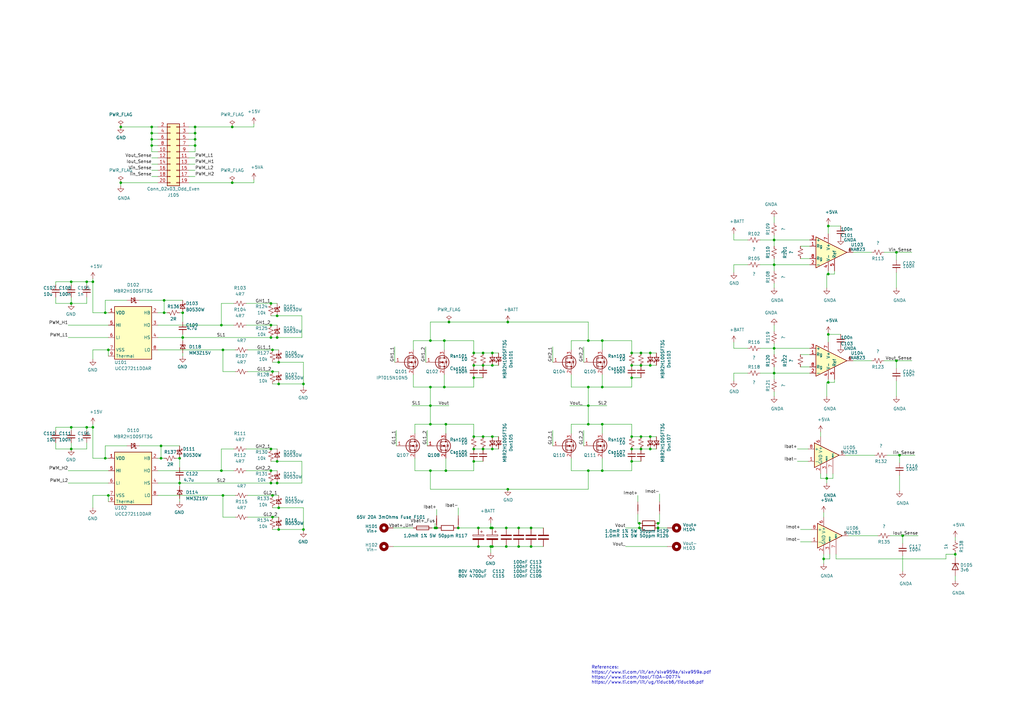
<source format=kicad_sch>
(kicad_sch (version 20230121) (generator eeschema)
  (paper "A3")
  (junction (at 262.255 216.535))
  (junction (at 241.3 158.75))
  (junction (at 73.66 198.12))
  (junction (at 262.89 184.15))
  (junction (at 49.53 52.07))
  (junction (at 38.1 115.57))
  (junction (at 114.3 208.28))
  (junction (at 262.89 149.86))
  (junction (at 35.56 115.57))
  (junction (at 114.3 157.48))
  (junction (at 111.125 198.12))
  (junction (at 201.93 149.86))
  (junction (at 29.21 175.26))
  (junction (at 49.53 74.93))
  (junction (at 317.5 108.585))
  (junction (at 339.725 92.71))
  (junction (at 66.04 182.88))
  (junction (at 113.665 189.23))
  (junction (at 241.3 173.99))
  (junction (at 113.665 129.54))
  (junction (at 62.23 57.15))
  (junction (at 241.3 139.7))
  (junction (at 247.015 173.99))
  (junction (at 317.5 142.875))
  (junction (at 35.56 175.26))
  (junction (at 247.015 139.7))
  (junction (at 339.725 112.395))
  (junction (at 247.015 193.04))
  (junction (at 176.53 173.99))
  (junction (at 95.25 74.93))
  (junction (at 95.25 52.07))
  (junction (at 178.435 216.535))
  (junction (at 198.12 149.86))
  (junction (at 111.76 152.4))
  (junction (at 337.82 229.235))
  (junction (at 201.93 184.15))
  (junction (at 182.245 158.75))
  (junction (at 201.295 224.155))
  (junction (at 111.125 138.43))
  (junction (at 182.88 193.04))
  (junction (at 212.725 216.535))
  (junction (at 259.08 149.86))
  (junction (at 266.7 144.78))
  (junction (at 317.5 98.425))
  (junction (at 194.31 179.07))
  (junction (at 111.76 203.2))
  (junction (at 259.08 189.23))
  (junction (at 368.935 186.69))
  (junction (at 176.53 158.75))
  (junction (at 217.805 224.155))
  (junction (at 241.3 166.37))
  (junction (at 179.07 216.535))
  (junction (at 38.1 175.26))
  (junction (at 113.665 138.43))
  (junction (at 67.31 123.19))
  (junction (at 91.44 203.2))
  (junction (at 74.93 128.27))
  (junction (at 194.31 144.78))
  (junction (at 207.645 216.535))
  (junction (at 184.15 132.08))
  (junction (at 339.725 156.845))
  (junction (at 201.93 224.155))
  (junction (at 124.46 217.17))
  (junction (at 114.3 148.59))
  (junction (at 196.215 216.535))
  (junction (at 91.44 143.51))
  (junction (at 182.245 139.7))
  (junction (at 90.805 133.35))
  (junction (at 111.125 193.04))
  (junction (at 176.53 166.37))
  (junction (at 247.015 158.75))
  (junction (at 111.125 133.35))
  (junction (at 74.93 138.43))
  (junction (at 182.88 173.99))
  (junction (at 259.08 144.78))
  (junction (at 176.53 193.04))
  (junction (at 124.46 157.48))
  (junction (at 212.725 224.155))
  (junction (at 367.665 103.505))
  (junction (at 370.205 219.71))
  (junction (at 194.31 154.94))
  (junction (at 217.805 216.535))
  (junction (at 62.23 52.07))
  (junction (at 269.875 214.63))
  (junction (at 201.93 179.07))
  (junction (at 67.31 128.27))
  (junction (at 339.725 137.16))
  (junction (at 187.96 216.535))
  (junction (at 391.795 227.33))
  (junction (at 29.21 124.46))
  (junction (at 241.3 193.04))
  (junction (at 29.21 115.57))
  (junction (at 198.12 144.78))
  (junction (at 80.01 54.61))
  (junction (at 111.76 143.51))
  (junction (at 201.93 216.535))
  (junction (at 198.12 179.07))
  (junction (at 208.28 132.08))
  (junction (at 111.76 212.09))
  (junction (at 44.45 203.2))
  (junction (at 367.665 147.955))
  (junction (at 201.93 144.78))
  (junction (at 44.45 143.51))
  (junction (at 262.89 179.07))
  (junction (at 269.875 216.535))
  (junction (at 29.21 184.15))
  (junction (at 43.18 187.96))
  (junction (at 259.08 154.94))
  (junction (at 43.18 128.27))
  (junction (at 114.3 217.17))
  (junction (at 111.125 124.46))
  (junction (at 73.66 187.96))
  (junction (at 176.53 139.7))
  (junction (at 62.23 59.69))
  (junction (at 194.31 149.86))
  (junction (at 80.01 57.15))
  (junction (at 259.08 184.15))
  (junction (at 262.255 214.63))
  (junction (at 80.01 52.07))
  (junction (at 266.7 179.07))
  (junction (at 196.215 224.155))
  (junction (at 266.7 184.15))
  (junction (at 339.09 196.215))
  (junction (at 113.665 198.12))
  (junction (at 62.23 54.61))
  (junction (at 201.295 216.535))
  (junction (at 194.31 189.23))
  (junction (at 259.08 179.07))
  (junction (at 90.805 193.04))
  (junction (at 207.645 224.155))
  (junction (at 194.31 184.15))
  (junction (at 262.89 144.78))
  (junction (at 208.28 200.66))
  (junction (at 80.01 59.69))
  (junction (at 266.7 149.86))
  (junction (at 198.12 184.15))
  (junction (at 111.125 184.15))
  (junction (at 317.5 153.035))
  (junction (at 66.04 187.96))
  (wire (pts (xy 77.47 69.85) (xy 80.01 69.85)))
  (wire (pts (xy 311.785 108.585) (xy 317.5 108.585)))
  (wire (pts (xy 64.77 72.39) (xy 62.23 72.39)))
  (wire (pts (xy 29.21 116.84) (xy 29.21 115.57)))
  (wire (pts (xy 96.52 212.09) (xy 91.44 212.09)))
  (wire (pts (xy 201.93 216.535) (xy 201.295 216.535)))
  (wire (pts (xy 176.53 132.08) (xy 184.15 132.08)))
  (wire (pts (xy 100.965 193.04) (xy 111.125 193.04)))
  (wire (pts (xy 391.795 226.695) (xy 391.795 227.33)))
  (wire (pts (xy 77.47 59.69) (xy 80.01 59.69)))
  (wire (pts (xy 182.88 193.04) (xy 194.31 193.04)))
  (wire (pts (xy 111.125 129.54) (xy 113.665 129.54)))
  (wire (pts (xy 35.56 175.26) (xy 38.1 175.26)))
  (wire (pts (xy 22.86 181.61) (xy 22.86 184.15)))
  (wire (pts (xy 111.125 198.12) (xy 113.665 198.12)))
  (wire (pts (xy 35.56 184.15) (xy 29.21 184.15)))
  (wire (pts (xy 349.885 103.505) (xy 357.505 103.505)))
  (wire (pts (xy 91.44 203.2) (xy 64.77 203.2)))
  (wire (pts (xy 262.255 214.63) (xy 262.255 216.535)))
  (wire (pts (xy 38.1 187.96) (xy 43.18 187.96)))
  (wire (pts (xy 259.08 179.07) (xy 262.89 179.07)))
  (wire (pts (xy 241.3 173.99) (xy 247.015 173.99)))
  (wire (pts (xy 341.63 196.215) (xy 341.63 194.31)))
  (wire (pts (xy 247.015 158.75) (xy 247.015 153.67)))
  (wire (pts (xy 367.665 103.505) (xy 374.015 103.505)))
  (wire (pts (xy 234.315 187.96) (xy 234.315 193.04)))
  (wire (pts (xy 222.885 216.535) (xy 217.805 216.535)))
  (wire (pts (xy 370.205 219.71) (xy 376.555 219.71)))
  (wire (pts (xy 64.77 52.07) (xy 62.23 52.07)))
  (wire (pts (xy 38.1 128.27) (xy 43.18 128.27)))
  (wire (pts (xy 169.545 153.67) (xy 169.545 158.75)))
  (wire (pts (xy 95.25 52.07) (xy 80.01 52.07)))
  (wire (pts (xy 194.31 144.78) (xy 194.31 139.7)))
  (wire (pts (xy 182.245 158.75) (xy 194.31 158.75)))
  (wire (pts (xy 362.585 147.955) (xy 367.665 147.955)))
  (wire (pts (xy 367.665 156.21) (xy 367.665 162.56)))
  (wire (pts (xy 124.46 217.17) (xy 124.46 217.805)))
  (wire (pts (xy 311.785 98.425) (xy 317.5 98.425)))
  (wire (pts (xy 74.93 139.7) (xy 74.93 138.43)))
  (wire (pts (xy 201.93 224.155) (xy 201.295 224.155)))
  (wire (pts (xy 339.09 112.395) (xy 339.725 112.395)))
  (wire (pts (xy 64.77 67.31) (xy 62.23 67.31)))
  (wire (pts (xy 212.725 224.155) (xy 207.645 224.155)))
  (wire (pts (xy 44.45 205.74) (xy 44.45 203.2)))
  (wire (pts (xy 22.86 124.46) (xy 29.21 124.46)))
  (wire (pts (xy 104.14 73.66) (xy 104.14 74.93)))
  (wire (pts (xy 64.77 133.35) (xy 90.805 133.35)))
  (wire (pts (xy 91.44 143.51) (xy 91.44 152.4)))
  (wire (pts (xy 113.665 189.23) (xy 123.825 189.23)))
  (wire (pts (xy 29.21 124.46) (xy 35.56 124.46)))
  (wire (pts (xy 201.295 216.535) (xy 196.215 216.535)))
  (wire (pts (xy 187.96 208.28) (xy 187.96 211.455)))
  (wire (pts (xy 241.3 158.75) (xy 241.3 166.37)))
  (wire (pts (xy 337.82 210.185) (xy 337.82 212.09)))
  (wire (pts (xy 123.825 189.23) (xy 123.825 198.12)))
  (wire (pts (xy 208.28 132.08) (xy 241.3 132.08)))
  (wire (pts (xy 241.3 166.37) (xy 241.3 173.99)))
  (wire (pts (xy 38.1 143.51) (xy 38.1 147.32)))
  (wire (pts (xy 226.695 176.53) (xy 226.695 182.88)))
  (wire (pts (xy 387.985 229.235) (xy 387.985 227.33)))
  (wire (pts (xy 259.08 179.07) (xy 259.08 173.99)))
  (wire (pts (xy 49.53 74.93) (xy 64.77 74.93)))
  (wire (pts (xy 29.21 121.92) (xy 29.21 124.46)))
  (wire (pts (xy 113.665 124.46) (xy 111.125 124.46)))
  (wire (pts (xy 201.93 144.78) (xy 198.12 144.78)))
  (wire (pts (xy 73.66 191.77) (xy 73.66 187.96)))
  (wire (pts (xy 194.31 154.94) (xy 194.31 158.75)))
  (wire (pts (xy 311.785 142.875) (xy 317.5 142.875)))
  (wire (pts (xy 222.885 224.155) (xy 217.805 224.155)))
  (wire (pts (xy 72.39 187.96) (xy 73.66 187.96)))
  (wire (pts (xy 124.46 208.28) (xy 124.46 217.17)))
  (wire (pts (xy 73.66 182.88) (xy 66.04 182.88)))
  (wire (pts (xy 317.5 150.495) (xy 317.5 153.035)))
  (wire (pts (xy 339.09 156.845) (xy 339.725 156.845)))
  (wire (pts (xy 73.66 198.12) (xy 111.125 198.12)))
  (wire (pts (xy 73.66 204.47) (xy 73.66 205.74)))
  (wire (pts (xy 247.015 177.8) (xy 247.015 173.99)))
  (wire (pts (xy 176.53 193.04) (xy 176.53 200.66)))
  (wire (pts (xy 317.5 160.655) (xy 317.5 162.56)))
  (wire (pts (xy 182.245 143.51) (xy 182.245 139.7)))
  (wire (pts (xy 194.31 189.23) (xy 194.31 193.04)))
  (wire (pts (xy 367.665 147.955) (xy 374.015 147.955)))
  (wire (pts (xy 170.18 173.99) (xy 176.53 173.99)))
  (wire (pts (xy 194.31 179.07) (xy 194.31 173.99)))
  (wire (pts (xy 44.45 193.04) (xy 27.94 193.04)))
  (wire (pts (xy 368.935 194.945) (xy 368.935 201.295)))
  (wire (pts (xy 247.015 139.7) (xy 259.08 139.7)))
  (wire (pts (xy 337.82 229.235) (xy 337.82 231.14)))
  (wire (pts (xy 62.23 57.15) (xy 64.77 57.15)))
  (wire (pts (xy 96.52 203.2) (xy 91.44 203.2)))
  (wire (pts (xy 66.04 187.96) (xy 67.31 187.96)))
  (wire (pts (xy 368.935 186.69) (xy 368.935 189.865)))
  (wire (pts (xy 95.25 52.07) (xy 104.14 52.07)))
  (wire (pts (xy 62.23 62.23) (xy 64.77 62.23)))
  (wire (pts (xy 261.62 203.2) (xy 261.62 205.74)))
  (wire (pts (xy 101.6 152.4) (xy 111.76 152.4)))
  (wire (pts (xy 64.77 198.12) (xy 73.66 198.12)))
  (wire (pts (xy 270.51 214.63) (xy 269.875 214.63)))
  (wire (pts (xy 340.36 227.33) (xy 340.36 229.235)))
  (wire (pts (xy 111.125 189.23) (xy 113.665 189.23)))
  (wire (pts (xy 35.56 181.61) (xy 35.56 184.15)))
  (wire (pts (xy 64.77 54.61) (xy 62.23 54.61)))
  (wire (pts (xy 317.5 133.35) (xy 317.5 135.89)))
  (wire (pts (xy 241.3 166.37) (xy 248.92 166.37)))
  (wire (pts (xy 339.725 156.845) (xy 342.265 156.845)))
  (wire (pts (xy 317.5 108.585) (xy 332.105 108.585)))
  (wire (pts (xy 317.5 142.875) (xy 332.105 142.875)))
  (wire (pts (xy 22.86 116.84) (xy 22.86 115.57)))
  (wire (pts (xy 80.01 72.39) (xy 77.47 72.39)))
  (wire (pts (xy 261.62 214.63) (xy 262.255 214.63)))
  (wire (pts (xy 169.545 139.7) (xy 176.53 139.7)))
  (wire (pts (xy 38.1 203.2) (xy 44.45 203.2)))
  (wire (pts (xy 339.09 112.395) (xy 339.09 118.11)))
  (wire (pts (xy 194.31 179.07) (xy 198.12 179.07)))
  (wire (pts (xy 57.15 123.19) (xy 67.31 123.19)))
  (wire (pts (xy 234.315 158.75) (xy 241.3 158.75)))
  (wire (pts (xy 198.12 189.23) (xy 194.31 189.23)))
  (wire (pts (xy 300.99 98.425) (xy 306.705 98.425)))
  (wire (pts (xy 44.45 143.51) (xy 38.1 143.51)))
  (wire (pts (xy 317.5 98.425) (xy 317.5 100.965)))
  (wire (pts (xy 391.795 236.22) (xy 391.795 238.125)))
  (wire (pts (xy 62.23 54.61) (xy 62.23 57.15)))
  (wire (pts (xy 66.04 182.88) (xy 66.04 187.96)))
  (wire (pts (xy 90.805 184.15) (xy 90.805 193.04)))
  (wire (pts (xy 169.545 216.535) (xy 161.29 216.535)))
  (wire (pts (xy 113.665 133.35) (xy 111.125 133.35)))
  (wire (pts (xy 64.77 69.85) (xy 62.23 69.85)))
  (wire (pts (xy 124.46 157.48) (xy 124.46 158.75)))
  (wire (pts (xy 74.93 137.16) (xy 74.93 138.43)))
  (wire (pts (xy 178.435 214.63) (xy 178.435 216.535)))
  (wire (pts (xy 178.435 216.535) (xy 177.165 216.535)))
  (wire (pts (xy 269.875 214.63) (xy 269.875 216.535)))
  (wire (pts (xy 101.6 143.51) (xy 111.76 143.51)))
  (wire (pts (xy 111.76 208.28) (xy 114.3 208.28)))
  (wire (pts (xy 80.01 64.77) (xy 77.47 64.77)))
  (wire (pts (xy 342.265 111.125) (xy 342.265 112.395)))
  (wire (pts (xy 90.805 124.46) (xy 90.805 133.35)))
  (wire (pts (xy 176.53 158.75) (xy 182.245 158.75)))
  (wire (pts (xy 365.125 219.71) (xy 370.205 219.71)))
  (wire (pts (xy 179.07 216.535) (xy 178.435 216.535)))
  (wire (pts (xy 113.665 198.12) (xy 123.825 198.12)))
  (wire (pts (xy 201.295 214.63) (xy 201.295 216.535)))
  (wire (pts (xy 317.5 153.035) (xy 317.5 155.575)))
  (wire (pts (xy 35.56 176.53) (xy 35.56 175.26)))
  (wire (pts (xy 176.53 158.75) (xy 176.53 166.37)))
  (wire (pts (xy 100.965 133.35) (xy 111.125 133.35)))
  (wire (pts (xy 317.5 116.205) (xy 317.5 118.11)))
  (wire (pts (xy 391.795 227.33) (xy 391.795 228.6)))
  (wire (pts (xy 182.88 193.04) (xy 182.88 187.96)))
  (wire (pts (xy 22.86 115.57) (xy 29.21 115.57)))
  (wire (pts (xy 262.89 149.86) (xy 266.7 149.86)))
  (wire (pts (xy 114.3 143.51) (xy 111.76 143.51)))
  (wire (pts (xy 179.07 208.915) (xy 179.07 211.455)))
  (wire (pts (xy 22.86 175.26) (xy 29.21 175.26)))
  (wire (pts (xy 339.09 156.845) (xy 339.09 162.56)))
  (wire (pts (xy 52.07 182.88) (xy 43.18 182.88)))
  (wire (pts (xy 114.3 152.4) (xy 111.76 152.4)))
  (wire (pts (xy 80.01 67.31) (xy 77.47 67.31)))
  (wire (pts (xy 113.665 193.04) (xy 111.125 193.04)))
  (wire (pts (xy 29.21 176.53) (xy 29.21 175.26)))
  (wire (pts (xy 259.08 139.7) (xy 259.08 144.78)))
  (wire (pts (xy 74.93 144.78) (xy 74.93 146.05)))
  (wire (pts (xy 256.54 216.535) (xy 262.255 216.535)))
  (wire (pts (xy 247.015 139.7) (xy 241.3 139.7)))
  (wire (pts (xy 114.3 208.28) (xy 124.46 208.28)))
  (wire (pts (xy 217.805 216.535) (xy 212.725 216.535)))
  (wire (pts (xy 270.51 202.565) (xy 270.51 205.74)))
  (wire (pts (xy 269.875 216.535) (xy 273.685 216.535)))
  (wire (pts (xy 170.18 193.04) (xy 176.53 193.04)))
  (wire (pts (xy 77.47 74.93) (xy 95.25 74.93)))
  (wire (pts (xy 35.56 124.46) (xy 35.56 121.92)))
  (wire (pts (xy 234.315 177.8) (xy 234.315 173.99)))
  (wire (pts (xy 362.585 103.505) (xy 367.665 103.505)))
  (wire (pts (xy 234.315 173.99) (xy 241.3 173.99)))
  (wire (pts (xy 62.23 54.61) (xy 62.23 52.07)))
  (wire (pts (xy 64.77 59.69) (xy 62.23 59.69)))
  (wire (pts (xy 342.265 155.575) (xy 342.265 156.845)))
  (wire (pts (xy 80.01 57.15) (xy 77.47 57.15)))
  (wire (pts (xy 38.1 114.3) (xy 38.1 115.57)))
  (wire (pts (xy 342.9 229.235) (xy 387.985 229.235)))
  (wire (pts (xy 259.08 189.23) (xy 259.08 193.04)))
  (wire (pts (xy 80.01 62.23) (xy 77.47 62.23)))
  (wire (pts (xy 73.66 196.85) (xy 73.66 198.12)))
  (wire (pts (xy 300.99 95.885) (xy 300.99 98.425)))
  (wire (pts (xy 201.93 179.07) (xy 198.12 179.07)))
  (wire (pts (xy 44.45 133.35) (xy 27.94 133.35)))
  (wire (pts (xy 349.885 147.955) (xy 357.505 147.955)))
  (wire (pts (xy 328.295 106.045) (xy 332.105 106.045)))
  (wire (pts (xy 336.55 196.215) (xy 339.09 196.215)))
  (wire (pts (xy 300.99 142.875) (xy 306.705 142.875)))
  (wire (pts (xy 91.44 143.51) (xy 64.77 143.51)))
  (wire (pts (xy 339.725 155.575) (xy 339.725 156.845)))
  (wire (pts (xy 22.86 184.15) (xy 29.21 184.15)))
  (wire (pts (xy 269.24 149.86) (xy 266.7 149.86)))
  (wire (pts (xy 247.015 193.04) (xy 247.015 187.96)))
  (wire (pts (xy 226.695 142.24) (xy 226.695 148.59)))
  (wire (pts (xy 104.14 50.8) (xy 104.14 52.07)))
  (wire (pts (xy 168.91 166.37) (xy 176.53 166.37)))
  (wire (pts (xy 266.7 179.07) (xy 262.89 179.07)))
  (wire (pts (xy 114.3 157.48) (xy 124.46 157.48)))
  (wire (pts (xy 262.89 189.23) (xy 259.08 189.23)))
  (wire (pts (xy 336.55 177.165) (xy 336.55 179.07)))
  (wire (pts (xy 327.025 184.15) (xy 331.47 184.15)))
  (wire (pts (xy 347.98 219.71) (xy 360.045 219.71)))
  (wire (pts (xy 207.645 224.155) (xy 201.93 224.155)))
  (wire (pts (xy 247.015 158.75) (xy 259.08 158.75)))
  (wire (pts (xy 204.47 144.78) (xy 201.93 144.78)))
  (wire (pts (xy 35.56 115.57) (xy 38.1 115.57)))
  (wire (pts (xy 247.015 143.51) (xy 247.015 139.7)))
  (wire (pts (xy 176.53 173.99) (xy 182.88 173.99)))
  (wire (pts (xy 339.725 137.16) (xy 339.725 140.335)))
  (wire (pts (xy 170.18 177.8) (xy 170.18 173.99)))
  (wire (pts (xy 73.66 199.39) (xy 73.66 198.12)))
  (wire (pts (xy 300.99 156.21) (xy 300.99 153.035)))
  (wire (pts (xy 339.725 92.075) (xy 339.725 92.71)))
  (wire (pts (xy 339.725 137.16) (xy 344.805 137.16)))
  (wire (pts (xy 328.295 150.495) (xy 332.105 150.495)))
  (wire (pts (xy 100.965 124.46) (xy 111.125 124.46)))
  (wire (pts (xy 300.99 108.585) (xy 306.705 108.585)))
  (wire (pts (xy 239.395 142.24) (xy 239.395 148.59)))
  (wire (pts (xy 207.645 216.535) (xy 201.93 216.535)))
  (wire (pts (xy 114.3 212.09) (xy 111.76 212.09)))
  (wire (pts (xy 101.6 212.09) (xy 111.76 212.09)))
  (wire (pts (xy 22.86 176.53) (xy 22.86 175.26)))
  (wire (pts (xy 187.96 216.535) (xy 187.325 216.535)))
  (wire (pts (xy 162.56 176.53) (xy 162.56 182.88)))
  (wire (pts (xy 234.315 193.04) (xy 241.3 193.04)))
  (wire (pts (xy 233.68 166.37) (xy 241.3 166.37)))
  (wire (pts (xy 269.24 184.15) (xy 266.7 184.15)))
  (wire (pts (xy 204.47 149.86) (xy 201.93 149.86)))
  (wire (pts (xy 161.925 142.24) (xy 161.925 148.59)))
  (wire (pts (xy 370.205 219.71) (xy 370.205 222.885)))
  (wire (pts (xy 95.885 124.46) (xy 90.805 124.46)))
  (wire (pts (xy 387.985 227.33) (xy 391.795 227.33)))
  (wire (pts (xy 175.26 176.53) (xy 175.26 182.88)))
  (wire (pts (xy 52.07 123.19) (xy 43.18 123.19)))
  (wire (pts (xy 114.3 148.59) (xy 124.46 148.59)))
  (wire (pts (xy 339.09 196.215) (xy 341.63 196.215)))
  (wire (pts (xy 182.88 177.8) (xy 182.88 173.99)))
  (wire (pts (xy 346.71 186.69) (xy 358.775 186.69)))
  (wire (pts (xy 336.55 194.31) (xy 336.55 196.215)))
  (wire (pts (xy 311.785 153.035) (xy 317.5 153.035)))
  (wire (pts (xy 170.18 187.96) (xy 170.18 193.04)))
  (wire (pts (xy 104.14 74.93) (xy 95.25 74.93)))
  (wire (pts (xy 62.23 57.15) (xy 62.23 59.69)))
  (wire (pts (xy 80.01 54.61) (xy 80.01 57.15)))
  (wire (pts (xy 80.01 54.61) (xy 80.01 52.07)))
  (wire (pts (xy 74.93 138.43) (xy 111.125 138.43)))
  (wire (pts (xy 114.3 217.17) (xy 124.46 217.17)))
  (wire (pts (xy 363.855 186.69) (xy 368.935 186.69)))
  (wire (pts (xy 95.885 184.15) (xy 90.805 184.15)))
  (wire (pts (xy 123.825 129.54) (xy 123.825 138.43)))
  (wire (pts (xy 182.88 173.99) (xy 194.31 173.99)))
  (wire (pts (xy 113.665 138.43) (xy 123.825 138.43)))
  (wire (pts (xy 29.21 181.61) (xy 29.21 184.15)))
  (wire (pts (xy 247.015 193.04) (xy 241.3 193.04)))
  (wire (pts (xy 57.15 182.88) (xy 66.04 182.88)))
  (wire (pts (xy 339.725 136.525) (xy 339.725 137.16)))
  (wire (pts (xy 169.545 158.75) (xy 176.53 158.75)))
  (wire (pts (xy 64.77 193.04) (xy 90.805 193.04)))
  (wire (pts (xy 212.725 216.535) (xy 207.645 216.535)))
  (wire (pts (xy 73.66 128.27) (xy 74.93 128.27)))
  (wire (pts (xy 176.53 139.7) (xy 176.53 132.08)))
  (wire (pts (xy 367.665 103.505) (xy 367.665 106.68)))
  (wire (pts (xy 317.5 96.52) (xy 317.5 98.425)))
  (wire (pts (xy 29.21 175.26) (xy 35.56 175.26)))
  (wire (pts (xy 113.665 184.15) (xy 111.125 184.15)))
  (wire (pts (xy 262.89 149.86) (xy 259.08 149.86)))
  (wire (pts (xy 111.76 217.17) (xy 114.3 217.17)))
  (wire (pts (xy 111.76 157.48) (xy 114.3 157.48)))
  (wire (pts (xy 64.77 64.77) (xy 62.23 64.77)))
  (wire (pts (xy 176.53 166.37) (xy 176.53 173.99)))
  (wire (pts (xy 328.295 222.25) (xy 332.74 222.25)))
  (wire (pts (xy 96.52 152.4) (xy 91.44 152.4)))
  (wire (pts (xy 241.3 158.75) (xy 247.015 158.75)))
  (wire (pts (xy 43.18 182.88) (xy 43.18 187.96)))
  (wire (pts (xy 259.08 154.94) (xy 259.08 158.75)))
  (wire (pts (xy 339.09 194.31) (xy 339.09 196.215)))
  (wire (pts (xy 247.015 193.04) (xy 259.08 193.04)))
  (wire (pts (xy 269.24 179.07) (xy 266.7 179.07)))
  (wire (pts (xy 261.62 210.82) (xy 261.62 214.63)))
  (wire (pts (xy 182.245 139.7) (xy 194.31 139.7)))
  (wire (pts (xy 339.725 111.125) (xy 339.725 112.395)))
  (wire (pts (xy 67.31 128.27) (xy 68.58 128.27)))
  (wire (pts (xy 300.99 153.035) (xy 306.705 153.035)))
  (wire (pts (xy 176.53 166.37) (xy 184.15 166.37)))
  (wire (pts (xy 317.5 106.045) (xy 317.5 108.585)))
  (wire (pts (xy 100.965 184.15) (xy 111.125 184.15)))
  (wire (pts (xy 300.99 111.76) (xy 300.99 108.585)))
  (wire (pts (xy 169.545 143.51) (xy 169.545 139.7)))
  (wire (pts (xy 196.215 224.155) (xy 161.29 224.155)))
  (wire (pts (xy 38.1 208.28) (xy 38.1 203.2)))
  (wire (pts (xy 269.24 144.78) (xy 266.7 144.78)))
  (wire (pts (xy 370.205 227.965) (xy 370.205 234.315)))
  (wire (pts (xy 182.245 158.75) (xy 182.245 153.67)))
  (wire (pts (xy 184.15 132.08) (xy 208.28 132.08)))
  (wire (pts (xy 114.3 203.2) (xy 111.76 203.2)))
  (wire (pts (xy 317.5 142.875) (xy 317.5 145.415)))
  (wire (pts (xy 234.315 139.7) (xy 241.3 139.7)))
  (wire (pts (xy 208.28 200.66) (xy 241.3 200.66)))
  (wire (pts (xy 198.12 149.86) (xy 201.93 149.86)))
  (wire (pts (xy 262.89 184.15) (xy 259.08 184.15)))
  (wire (pts (xy 342.9 229.235) (xy 342.9 227.33)))
  (wire (pts (xy 262.89 154.94) (xy 259.08 154.94)))
  (wire (pts (xy 38.1 175.26) (xy 38.1 187.96)))
  (wire (pts (xy 64.77 138.43) (xy 74.93 138.43)))
  (wire (pts (xy 113.665 129.54) (xy 123.825 129.54)))
  (wire (pts (xy 111.125 138.43) (xy 113.665 138.43)))
  (wire (pts (xy 262.89 144.78) (xy 259.08 144.78)))
  (wire (pts (xy 38.1 115.57) (xy 38.1 128.27)))
  (wire (pts (xy 391.795 220.345) (xy 391.795 221.615)))
  (wire (pts (xy 44.45 198.12) (xy 27.94 198.12)))
  (wire (pts (xy 234.315 143.51) (xy 234.315 139.7)))
  (wire (pts (xy 339.725 112.395) (xy 342.265 112.395)))
  (wire (pts (xy 80.01 52.07) (xy 77.47 52.07)))
  (wire (pts (xy 43.18 128.27) (xy 44.45 128.27)))
  (wire (pts (xy 217.805 224.155) (xy 212.725 224.155)))
  (wire (pts (xy 64.77 128.27) (xy 67.31 128.27)))
  (wire (pts (xy 339.725 92.71) (xy 344.805 92.71)))
  (wire (pts (xy 317.5 88.9) (xy 317.5 91.44)))
  (wire (pts (xy 176.53 200.66) (xy 208.28 200.66)))
  (wire (pts (xy 74.93 123.19) (xy 67.31 123.19)))
  (wire (pts (xy 270.51 210.82) (xy 270.51 214.63)))
  (wire (pts (xy 262.89 184.15) (xy 266.7 184.15)))
  (wire (pts (xy 234.315 153.67) (xy 234.315 158.75)))
  (wire (pts (xy 328.295 145.415) (xy 332.105 145.415)))
  (wire (pts (xy 204.47 179.07) (xy 201.93 179.07)))
  (wire (pts (xy 327.025 189.23) (xy 331.47 189.23)))
  (wire (pts (xy 91.44 203.2) (xy 91.44 212.09)))
  (wire (pts (xy 368.935 186.69) (xy 375.285 186.69)))
  (wire (pts (xy 317.5 140.97) (xy 317.5 142.875)))
  (wire (pts (xy 124.46 148.59) (xy 124.46 157.48)))
  (wire (pts (xy 328.295 100.965) (xy 332.105 100.965)))
  (wire (pts (xy 96.52 143.51) (xy 91.44 143.51)))
  (wire (pts (xy 196.215 216.535) (xy 187.96 216.535)))
  (wire (pts (xy 64.77 187.96) (xy 66.04 187.96)))
  (wire (pts (xy 62.23 59.69) (xy 62.23 62.23)))
  (wire (pts (xy 198.12 154.94) (xy 194.31 154.94)))
  (wire (pts (xy 367.665 111.76) (xy 367.665 118.11)))
  (wire (pts (xy 67.31 123.19) (xy 67.31 128.27)))
  (wire (pts (xy 80.01 59.69) (xy 80.01 62.23)))
  (wire (pts (xy 300.99 140.335) (xy 300.99 142.875)))
  (wire (pts (xy 204.47 184.15) (xy 201.93 184.15)))
  (wire (pts (xy 101.6 203.2) (xy 111.76 203.2)))
  (wire (pts (xy 111.76 148.59) (xy 114.3 148.59)))
  (wire (pts (xy 95.885 193.04) (xy 90.805 193.04)))
  (wire (pts (xy 337.82 227.33) (xy 337.82 229.235)))
  (wire (pts (xy 201.295 224.155) (xy 196.215 224.155)))
  (wire (pts (xy 266.7 144.78) (xy 262.89 144.78)))
  (wire (pts (xy 328.295 217.17) (xy 332.74 217.17)))
  (wire (pts (xy 241.3 139.7) (xy 241.3 132.08)))
  (wire (pts (xy 337.82 229.235) (xy 340.36 229.235)))
  (wire (pts (xy 201.295 224.155) (xy 201.295 226.695)))
  (wire (pts (xy 317.5 153.035) (xy 332.105 153.035)))
  (wire (pts (xy 38.1 173.99) (xy 38.1 175.26)))
  (wire (pts (xy 43.18 123.19) (xy 43.18 128.27)))
  (wire (pts (xy 239.395 176.53) (xy 239.395 182.88)))
  (wire (pts (xy 339.09 196.215) (xy 339.09 198.12)))
  (wire (pts (xy 247.015 173.99) (xy 259.08 173.99)))
  (wire (pts (xy 198.12 149.86) (xy 194.31 149.86)))
  (wire (pts (xy 198.12 184.15) (xy 201.93 184.15)))
  (wire (pts (xy 339.725 92.71) (xy 339.725 95.885)))
  (wire (pts (xy 317.5 108.585) (xy 317.5 111.125)))
  (wire (pts (xy 35.56 116.84) (xy 35.56 115.57)))
  (wire (pts (xy 256.54 224.155) (xy 273.685 224.155)))
  (wire (pts (xy 194.31 144.78) (xy 198.12 144.78)))
  (wire (pts (xy 77.47 54.61) (xy 80.01 54.61)))
  (wire (pts (xy 29.21 115.57) (xy 35.56 115.57)))
  (wire (pts (xy 74.93 132.08) (xy 74.93 128.27)))
  (wire (pts (xy 62.23 52.07) (xy 49.53 52.07)))
  (wire (pts (xy 95.885 133.35) (xy 90.805 133.35)))
  (wire (pts (xy 176.53 193.04) (xy 182.88 193.04)))
  (wire (pts (xy 174.625 142.24) (xy 174.625 148.59)))
  (wire (pts (xy 317.5 98.425) (xy 332.105 98.425)))
  (wire (pts (xy 22.86 121.92) (xy 22.86 124.46)))
  (wire (pts (xy 179.705 216.535) (xy 179.07 216.535)))
  (wire (pts (xy 182.245 139.7) (xy 176.53 139.7)))
  (wire (pts (xy 241.3 200.66) (xy 241.3 193.04)))
  (wire (pts (xy 80.01 57.15) (xy 80.01 59.69)))
  (wire (pts (xy 49.53 74.93) (xy 49.53 76.2)))
  (wire (pts (xy 367.665 147.955) (xy 367.665 151.13)))
  (wire (pts (xy 198.12 184.15) (xy 194.31 184.15)))
  (wire (pts (xy 44.45 146.05) (xy 44.45 143.51)))
  (wire (pts (xy 43.18 187.96) (xy 44.45 187.96)))
  (wire (pts (xy 44.45 138.43) (xy 27.94 138.43)))
  (text "References:\nhttps://www.ti.com/lit/an/slva959a/slva959a.pdf\nhttps://www.ti.com/tool/TIDA-00774\nhttps://www.ti.com/lit/ug/tiducb6/tiducb6.pdf" (at 242.57 280.67 0) (effects (font (size 1.27 1.27)) (justify left bottom)))
  (label "Iin_Sense" (at 375.285 186.69 180))
  (label "GH1_1" (at 161.925 142.24 270))
  (label "Ibat-" (at 187.96 208.28 180))
  (label "Vout_" (at 256.54 224.155 180))
  (label "GL2_2" (at 107.95 212.09 0))
  (label "GL2_2" (at 239.395 176.53 270))
  (label "Vout_Sense" (at 62.23 64.77 180))
  (label "Vbat+_Unf" (at 169.545 216.535 180))
  (label "Vbat+_Fus" (at 178.435 214.63 180))
  (label "GL2_1" (at 107.95 203.2 0))
  (label "GL1_2" (at 105.41 152.4 0))
  (label "PWM_H2" (at 27.94 193.04 180))
  (label "PWM_H2" (at 80.01 72.39 0))
  (label "Iout_Sense" (at 62.23 67.31 180))
  (label "SL2" (at 88.9 198.12 0))
  (label "GH2_2" (at 104.775 193.04 0))
  (label "Vin_Sense" (at 62.23 69.85 180))
  (label "Vout" (at 184.15 166.37 180))
  (label "GH2_1" (at 226.695 142.24 270))
  (label "Ibat+" (at 179.07 208.915 180))
  (label "GH1_2" (at 174.625 142.24 270))
  (label "Imot+" (at 328.295 217.17 180))
  (label "Ibat-" (at 327.025 189.23 180))
  (label "GL1_1" (at 105.41 143.51 0))
  (label "Iin_Sense" (at 62.23 72.39 180))
  (label "PWM_L2" (at 80.01 69.85 0))
  (label "PWM_L1" (at 80.01 64.77 0))
  (label "SL2" (at 248.92 166.37 180))
  (label "PWM_L1" (at 27.94 138.43 180))
  (label "SL1" (at 168.91 166.37 0))
  (label "GL2_1" (at 226.695 176.53 270))
  (label "Vout_" (at 233.68 166.37 0))
  (label "GH1_1" (at 104.775 124.46 0))
  (label "Imot-" (at 328.295 222.25 180))
  (label "Imot-" (at 270.51 202.565 180))
  (label "Vout" (at 256.54 216.535 180))
  (label "GH2_1" (at 104.775 184.15 0))
  (label "GL1_1" (at 162.56 176.53 270))
  (label "PWM_L2" (at 27.94 198.12 180))
  (label "GH1_2" (at 104.775 133.35 0))
  (label "SL1" (at 88.9 138.43 0))
  (label "GL1_2" (at 175.26 176.53 270))
  (label "Vin_Sense" (at 374.015 103.505 180))
  (label "PWM_H1" (at 27.94 133.35 180))
  (label "GH2_2" (at 239.395 142.24 270))
  (label "Vout_Sense" (at 374.015 147.955 180))
  (label "Iout_Sense" (at 376.555 219.71 180))
  (label "Ibat+" (at 327.025 184.15 180))
  (label "PWM_H1" (at 80.01 67.31 0))
  (label "Imot+" (at 261.62 203.2 180))
  (symbol (lib_id "zenite:UCC27211DDAR") (at 54.61 130.81 0) (unit 1)
    (property "Reference" "U101" (at 49.53 148.59 0))
    (property "Value" "UCC27211DDAR" (at 54.61 151.13 0))
    (property "Footprint" "Package_SO:SOIC-8-1EP_3.9x4.9mm_P1.27mm_EP2.514x3.2mm_ThermalVias" (effects hide))
    (property "Datasheet" "https://www.ti.com/lit/ds/symlink/ucc27211.pdf" (effects hide))
  )
  (symbol (lib_id "Device:R_Small_US") (at 259.08 147.32 0) (mirror y) (unit 1)
    (property "Reference" "Rsn103" (at 256.54 146.05 0) (effects (justify left)))
    (property "Value" "10" (at 256.54 147.32 0) (effects (justify left)))
    (property "Footprint" "Resistor_SMD:R_1210_3225Metric_Pad1.30x2.65mm_HandSolder" (effects hide))
  )
  (symbol (lib_id "Device:C_Small") (at 259.08 152.4 0) (mirror y) (unit 1)
    (property "Reference" "Csn103" (at 256.54 151.13 0) (effects (justify left)))
    (property "Value" "100n" (at 256.54 152.4 0) (effects (justify left)))
    (property "Footprint" "Capacitor_SMD:C_1210_3225Metric_Pad1.33x2.70mm_HandSolder" (effects hide))
  )
  (symbol (lib_id "Device:R_Small_US") (at 111.125 127 0) (mirror x) (unit 1)
    (property "Reference" "R124" (at 107.315 125.73 0))
    (property "Value" "10k" (at 107.315 128.27 0))
    (property "Footprint" "Resistor_SMD:R_0603_1608Metric_Pad0.98x0.95mm_HandSolder" (effects hide))
  )
  (symbol (lib_id "power:GND") (at 208.28 200.66 0) (unit 1)
    (property "Reference" "#PWR0106" (effects hide))
    (property "Value" "GND" (at 208.407 205.0542 0))
  )
  (symbol (lib_id "Device:R_Small_US") (at 98.425 124.46 270) (unit 1)
    (property "Reference" "R103" (at 98.425 118.11 90))
    (property "Value" "4R7" (at 98.425 120.65 90))
    (property "Footprint" "Resistor_SMD:R_0805_2012Metric_Pad1.20x1.40mm_HandSolder" (effects hide))
  )
  (symbol (lib_id "power:GND") (at 38.1 147.32 0) (mirror y) (unit 1)
    (property "Reference" "#PWR0107" (effects hide))
    (property "Value" "GND" (at 37.973 151.7142 0))
  )
  (symbol (lib_id "power:+15V") (at 38.1 114.3 0) (unit 1)
    (property "Reference" "#PWR0104" (effects hide))
    (property "Value" "+15V" (at 39.37 109.22 0))
  )
  (symbol (lib_id "Device:C_Small") (at 29.21 119.38 0) (mirror y) (unit 1)
    (property "Reference" "C108" (at 29.21 118.11 0) (effects (justify left)))
    (property "Value" "100n" (at 29.21 120.65 0) (effects (justify left)))
    (property "Footprint" "Capacitor_SMD:C_0805_2012Metric_Pad1.18x1.45mm_HandSolder" (effects hide))
  )
  (symbol (lib_id "power:GND") (at 29.21 124.46 0) (mirror y) (unit 1)
    (property "Reference" "#PWR0105" (effects hide))
    (property "Value" "GND" (at 29.083 128.8542 0))
  )
  (symbol (lib_id "Device:R_Small_US") (at 111.125 135.89 0) (mirror x) (unit 1)
    (property "Reference" "R125" (at 107.315 134.62 0))
    (property "Value" "10k" (at 107.315 137.16 0))
    (property "Footprint" "Resistor_SMD:R_0603_1608Metric_Pad0.98x0.95mm_HandSolder" (effects hide))
  )
  (symbol (lib_id "Device:R_Small_US") (at 111.76 146.05 0) (mirror x) (unit 1)
    (property "Reference" "R127" (at 107.95 144.78 0))
    (property "Value" "10k" (at 107.95 147.32 0))
    (property "Footprint" "Resistor_SMD:R_0603_1608Metric_Pad0.98x0.95mm_HandSolder" (effects hide))
  )
  (symbol (lib_id "Device:R_Small_US") (at 111.76 154.94 0) (mirror x) (unit 1)
    (property "Reference" "R128" (at 107.95 153.67 0))
    (property "Value" "10k" (at 107.95 156.21 0))
    (property "Footprint" "Resistor_SMD:R_0603_1608Metric_Pad0.98x0.95mm_HandSolder" (effects hide))
  )
  (symbol (lib_id "zenite:UCC27211DDAR") (at 54.61 190.5 0) (unit 1)
    (property "Reference" "U102" (at 49.53 208.28 0))
    (property "Value" "UCC27211DDAR" (at 54.61 210.82 0))
    (property "Footprint" "Package_SO:SOIC-8-1EP_3.9x4.9mm_P1.27mm_EP2.514x3.2mm_ThermalVias" (effects hide))
    (property "Datasheet" "https://www.ti.com/lit/ds/symlink/ucc27211.pdf" (effects hide))
  )
  (symbol (lib_id "power:GND") (at 38.1 208.28 0) (mirror y) (unit 1)
    (property "Reference" "#PWR0111" (effects hide))
    (property "Value" "GND" (at 37.973 212.6742 0))
  )
  (symbol (lib_id "power:+15V") (at 38.1 173.99 0) (unit 1)
    (property "Reference" "#PWR0108" (effects hide))
    (property "Value" "+15V" (at 39.37 168.91 0))
  )
  (symbol (lib_id "power:GND") (at 29.21 184.15 0) (mirror y) (unit 1)
    (property "Reference" "#PWR0109" (effects hide))
    (property "Value" "GND" (at 29.083 188.5442 0))
  )
  (symbol (lib_id "power:PWR_FLAG") (at 95.25 74.93 0) (unit 1)
    (property "Reference" "#FLG0105" (effects hide))
    (property "Value" "PWR_FLAG" (at 95.25 69.85 0))
  )
  (symbol (lib_id "Transistor_FET:IPT015N10N5") (at 167.005 148.59 0) (unit 1)
    (property "Reference" "Q101" (at 161.925 152.4 0) (effects (justify left)))
    (property "Value" "IPT015N10N5" (at 154.305 154.94 0) (effects (justify left)))
    (property "Footprint" "Switches:Infineon_PG-HSOF-8-1_ThermalVias3" (effects hide))
    (property "Datasheet" "http://www.infineon.com/dgdl/Infineon-IPT015N10N5-DS-v02_01-EN.pdf?fileId=5546d4624a75e5f1014ac94680661aff" (effects hide))
  )
  (symbol (lib_id "Transistor_FET:IPT015N10N5") (at 179.705 148.59 0) (unit 1)
    (property "Reference" "Q102" (at 174.625 152.4 0) (effects (justify left)))
    (property "Value" "IPT015N10N5" (effects hide))
    (property "Footprint" "Switches:Infineon_PG-HSOF-8-1_ThermalVias3" (effects hide))
    (property "Datasheet" "http://www.infineon.com/dgdl/Infineon-IPT015N10N5-DS-v02_01-EN.pdf?fileId=5546d4624a75e5f1014ac94680661aff" (effects hide))
  )
  (symbol (lib_id "Transistor_FET:IPT015N10N5") (at 167.64 182.88 0) (unit 1)
    (property "Reference" "Q107" (at 162.56 186.69 0) (effects (justify left)))
    (property "Value" "IPT015N10N5" (effects hide))
    (property "Footprint" "Switches:Infineon_PG-HSOF-8-1_ThermalVias3" (effects hide))
    (property "Datasheet" "http://www.infineon.com/dgdl/Infineon-IPT015N10N5-DS-v02_01-EN.pdf?fileId=5546d4624a75e5f1014ac94680661aff" (effects hide))
  )
  (symbol (lib_id "Transistor_FET:IPT015N10N5") (at 180.34 182.88 0) (unit 1)
    (property "Reference" "Q108" (at 175.26 186.69 0) (effects (justify left)))
    (property "Value" "IPT015N10N5" (effects hide))
    (property "Footprint" "Switches:Infineon_PG-HSOF-8-1_ThermalVias3" (effects hide))
    (property "Datasheet" "http://www.infineon.com/dgdl/Infineon-IPT015N10N5-DS-v02_01-EN.pdf?fileId=5546d4624a75e5f1014ac94680661aff" (effects hide))
  )
  (symbol (lib_id "Transistor_FET:IPT015N10N5") (at 231.775 148.59 0) (unit 1)
    (property "Reference" "Q104" (at 226.695 152.4 0) (effects (justify left)))
    (property "Value" "IPT015N10N5" (effects hide))
    (property "Footprint" "Switches:Infineon_PG-HSOF-8-1_ThermalVias3" (effects hide))
    (property "Datasheet" "http://www.infineon.com/dgdl/Infineon-IPT015N10N5-DS-v02_01-EN.pdf?fileId=5546d4624a75e5f1014ac94680661aff" (effects hide))
  )
  (symbol (lib_id "Transistor_FET:IPT015N10N5") (at 244.475 148.59 0) (unit 1)
    (property "Reference" "Q105" (at 239.395 152.4 0) (effects (justify left)))
    (property "Value" "IPT015N10N5" (effects hide))
    (property "Footprint" "Switches:Infineon_PG-HSOF-8-1_ThermalVias3" (effects hide))
    (property "Datasheet" "http://www.infineon.com/dgdl/Infineon-IPT015N10N5-DS-v02_01-EN.pdf?fileId=5546d4624a75e5f1014ac94680661aff" (effects hide))
  )
  (symbol (lib_id "Transistor_FET:IPT015N10N5") (at 231.775 182.88 0) (unit 1)
    (property "Reference" "Q110" (at 226.695 186.69 0) (effects (justify left)))
    (property "Value" "IPT015N10N5" (effects hide))
    (property "Footprint" "Switches:Infineon_PG-HSOF-8-1_ThermalVias3" (effects hide))
    (property "Datasheet" "http://www.infineon.com/dgdl/Infineon-IPT015N10N5-DS-v02_01-EN.pdf?fileId=5546d4624a75e5f1014ac94680661aff" (effects hide))
  )
  (symbol (lib_id "Transistor_FET:IPT015N10N5") (at 244.475 182.88 0) (unit 1)
    (property "Reference" "Q111" (at 239.395 186.69 0) (effects (justify left)))
    (property "Value" "IPT015N10N5" (effects hide))
    (property "Footprint" "Switches:Infineon_PG-HSOF-8-1_ThermalVias3" (effects hide))
    (property "Datasheet" "http://www.infineon.com/dgdl/Infineon-IPT015N10N5-DS-v02_01-EN.pdf?fileId=5546d4624a75e5f1014ac94680661aff" (effects hide))
  )
  (symbol (lib_id "power:GND") (at 124.46 158.75 0) (mirror y) (unit 1)
    (property "Reference" "#PWR0122" (effects hide))
    (property "Value" "GND" (at 124.333 163.1442 0))
  )
  (symbol (lib_id "Device:C_Small") (at 22.86 119.38 0) (mirror x) (unit 1)
    (property "Reference" "C107" (at 22.86 118.11 0) (effects (justify right)))
    (property "Value" "10u" (at 21.59 120.65 0) (effects (justify right)))
    (property "Footprint" "Capacitor_SMD:C_1210_3225Metric_Pad1.33x2.70mm_HandSolder" (effects hide))
  )
  (symbol (lib_id "Device:R_Small_US") (at 111.125 186.69 0) (mirror x) (unit 1)
    (property "Reference" "R130" (at 107.315 185.42 0))
    (property "Value" "10k" (at 107.315 187.96 0))
    (property "Footprint" "Resistor_SMD:R_0603_1608Metric_Pad0.98x0.95mm_HandSolder" (effects hide))
  )
  (symbol (lib_id "Device:R_Small_US") (at 111.125 195.58 0) (mirror x) (unit 1)
    (property "Reference" "R131" (at 107.315 194.31 0))
    (property "Value" "10k" (at 107.315 196.85 0))
    (property "Footprint" "Resistor_SMD:R_0603_1608Metric_Pad0.98x0.95mm_HandSolder" (effects hide))
  )
  (symbol (lib_id "Device:R_Small_US") (at 98.425 133.35 270) (unit 1)
    (property "Reference" "R104" (at 98.425 127 90))
    (property "Value" "4R7" (at 98.425 129.54 90))
    (property "Footprint" "Resistor_SMD:R_0805_2012Metric_Pad1.20x1.40mm_HandSolder" (effects hide))
  )
  (symbol (lib_id "Device:R_Small_US") (at 99.06 143.51 270) (unit 1)
    (property "Reference" "R106" (effects hide))
    (property "Value" "4R7" (at 99.06 139.7 90))
    (property "Footprint" "Resistor_SMD:R_0805_2012Metric_Pad1.20x1.40mm_HandSolder" (effects hide))
  )
  (symbol (lib_id "Device:R_Small_US") (at 99.06 152.4 270) (unit 1)
    (property "Reference" "R107" (at 99.06 146.05 90))
    (property "Value" "4R7" (at 99.06 148.59 90))
    (property "Footprint" "Resistor_SMD:R_0805_2012Metric_Pad1.20x1.40mm_HandSolder" (effects hide))
  )
  (symbol (lib_id "Device:R_Small_US") (at 98.425 184.15 270) (unit 1)
    (property "Reference" "R111" (at 98.425 177.8 90))
    (property "Value" "4R7" (at 98.425 180.34 90))
    (property "Footprint" "Resistor_SMD:R_0805_2012Metric_Pad1.20x1.40mm_HandSolder" (effects hide))
  )
  (symbol (lib_id "Device:R_Small_US") (at 98.425 193.04 270) (unit 1)
    (property "Reference" "R112" (at 98.425 186.69 90))
    (property "Value" "4R7" (at 98.425 189.23 90))
    (property "Footprint" "Resistor_SMD:R_0805_2012Metric_Pad1.20x1.40mm_HandSolder" (effects hide))
  )
  (symbol (lib_id "Device:R_Small_US") (at 99.06 203.2 270) (unit 1)
    (property "Reference" "R114" (effects hide))
    (property "Value" "4R7" (at 99.06 199.39 90))
    (property "Footprint" "Resistor_SMD:R_0805_2012Metric_Pad1.20x1.40mm_HandSolder" (effects hide))
  )
  (symbol (lib_id "Device:R_Small_US") (at 99.06 212.09 270) (unit 1)
    (property "Reference" "R115" (at 99.06 205.74 90))
    (property "Value" "4R7" (at 99.06 208.28 90))
    (property "Footprint" "Resistor_SMD:R_0805_2012Metric_Pad1.20x1.40mm_HandSolder" (effects hide))
  )
  (symbol (lib_id "Connector_Generic:Conn_02x10_Odd_Even") (at 72.39 62.23 0) (mirror y) (unit 1)
    (property "Reference" "J105" (at 71.12 80.01 0))
    (property "Value" "Conn_02x03_Odd_Even" (at 71.12 77.47 0))
    (property "Footprint" "Connector_PinHeader_1.27mm:PinHeader_2x10_P1.27mm_Vertical_SMD" (effects hide))
  )
  (symbol (lib_id "Device:R_Small_US") (at 111.76 214.63 0) (mirror x) (unit 1)
    (property "Reference" "R134" (at 107.95 213.36 0))
    (property "Value" "10k" (at 107.95 215.9 0))
    (property "Footprint" "Resistor_SMD:R_0603_1608Metric_Pad0.98x0.95mm_HandSolder" (effects hide))
  )
  (symbol (lib_id "Device:R_Small_US") (at 111.76 205.74 0) (mirror x) (unit 1)
    (property "Reference" "R133" (at 107.95 204.47 0))
    (property "Value" "10k" (at 107.95 207.01 0))
    (property "Footprint" "Resistor_SMD:R_0603_1608Metric_Pad0.98x0.95mm_HandSolder" (effects hide))
  )
  (symbol (lib_id "power:GND") (at 124.46 217.805 0) (mirror y) (unit 1)
    (property "Reference" "#PWR0123" (effects hide))
    (property "Value" "GND" (at 124.333 222.1992 0))
  )
  (symbol (lib_id "power:+15V") (at 104.14 50.8 0) (unit 1)
    (property "Reference" "#PWR0101" (effects hide))
    (property "Value" "+15V" (at 104.14 45.72 0))
  )
  (symbol (lib_id "Device:R_Small_US") (at 262.89 147.32 0) (mirror y) (unit 1)
    (property "Reference" "Rsn104" (effects hide))
    (property "Value" "NC" (effects hide))
    (property "Footprint" "Resistor_SMD:R_1210_3225Metric_Pad1.30x2.65mm_HandSolder" (effects hide))
  )
  (symbol (lib_id "Device:C_Small") (at 262.89 152.4 0) (mirror y) (unit 1)
    (property "Reference" "Csn104" (effects hide))
    (property "Value" "NC" (effects hide))
    (property "Footprint" "Capacitor_SMD:C_1210_3225Metric_Pad1.33x2.70mm_HandSolder" (effects hide))
  )
  (symbol (lib_id "Device:D_Schottky_Small") (at 266.7 147.32 90) (unit 1)
    (property "Reference" "Dsn103" (at 274.32 147.32 0))
    (property "Value" "MBR2H100SFT3G" (at 271.78 147.32 0))
    (property "Footprint" "Diode_SMD:D_SOD-123F" (effects hide))
    (property "Datasheet" "https://www.onsemi.com/pdf/datasheet/mbr2h100sf-d.pdf" (effects hide))
  )
  (symbol (lib_id "Device:D_Schottky_Small") (at 269.24 147.32 90) (unit 1)
    (property "Reference" "Dsn104" (effects hide))
    (property "Value" "NC" (effects hide))
    (property "Footprint" "Diode_SMD:D_SOD-123F" (effects hide))
    (property "Datasheet" "https://www.onsemi.com/pdf/datasheet/mbr2h100sf-d.pdf" (effects hide))
  )
  (symbol (lib_id "Device:C_Small") (at 29.21 179.07 0) (unit 1)
    (property "Reference" "C111" (at 24.13 177.8 0) (effects (justify left)))
    (property "Value" "100n" (at 24.13 180.34 0) (effects (justify left)))
    (property "Footprint" "Capacitor_SMD:C_0805_2012Metric_Pad1.18x1.45mm_HandSolder" (effects hide))
  )
  (symbol (lib_id "Device:C_Small") (at 22.86 179.07 0) (mirror x) (unit 1)
    (property "Reference" "C110" (at 22.86 177.8 0) (effects (justify right)))
    (property "Value" "10u" (at 22.86 180.34 0) (effects (justify right)))
    (property "Footprint" "Capacitor_SMD:C_1210_3225Metric_Pad1.33x2.70mm_HandSolder" (effects hide))
  )
  (symbol (lib_id "Device:C_Small") (at 74.93 134.62 0) (mirror y) (unit 1)
    (property "Reference" "C109" (at 78.74 133.35 0))
    (property "Value" "4.7u" (at 78.74 134.62 0))
    (property "Footprint" "Capacitor_SMD:C_1210_3225Metric_Pad1.33x2.70mm_HandSolder" (effects hide))
  )
  (symbol (lib_id "Device:C_Small") (at 73.66 194.31 0) (mirror y) (unit 1)
    (property "Reference" "C122" (at 78.74 194.31 0))
    (property "Value" "4.7u" (at 77.47 196.85 0))
    (property "Footprint" "Capacitor_SMD:C_1210_3225Metric_Pad1.33x2.70mm_HandSolder" (effects hide))
  )
  (symbol (lib_id "power:GND") (at 49.53 52.07 0) (unit 1)
    (property "Reference" "#PWR0103" (effects hide))
    (property "Value" "GND" (at 49.657 56.4642 0))
  )
  (symbol (lib_id "Device:C_Small") (at 259.08 186.69 0) (mirror y) (unit 1)
    (property "Reference" "Csn107" (at 256.54 185.42 0) (effects (justify left)))
    (property "Value" "100n" (at 256.54 186.69 0) (effects (justify left)))
    (property "Footprint" "Capacitor_SMD:C_1210_3225Metric_Pad1.33x2.70mm_HandSolder" (effects hide))
  )
  (symbol (lib_id "Device:R_Small_US") (at 262.89 181.61 0) (mirror y) (unit 1)
    (property "Reference" "Rsn108" (effects hide))
    (property "Value" "NC" (effects hide))
    (property "Footprint" "Resistor_SMD:R_1210_3225Metric_Pad1.30x2.65mm_HandSolder" (effects hide))
  )
  (symbol (lib_id "Device:C_Small") (at 262.89 186.69 0) (mirror y) (unit 1)
    (property "Reference" "Csn108" (effects hide))
    (property "Value" "NC" (effects hide))
    (property "Footprint" "Capacitor_SMD:C_1210_3225Metric_Pad1.33x2.70mm_HandSolder" (effects hide))
  )
  (symbol (lib_id "Device:D_Schottky_Small") (at 266.7 181.61 90) (unit 1)
    (property "Reference" "Dsn107" (at 274.32 181.61 0))
    (property "Value" "MBR2H100SFT3G" (at 271.78 181.61 0))
    (property "Footprint" "Diode_SMD:D_SOD-123F" (effects hide))
    (property "Datasheet" "https://www.onsemi.com/pdf/datasheet/mbr2h100sf-d.pdf" (effects hide))
  )
  (symbol (lib_id "Device:D_Schottky_Small") (at 269.24 181.61 90) (unit 1)
    (property "Reference" "Dsn108" (effects hide))
    (property "Value" "NC" (effects hide))
    (property "Footprint" "Diode_SMD:D_SOD-123F" (effects hide))
    (property "Datasheet" "https://www.onsemi.com/pdf/datasheet/mbr2h100sf-d.pdf" (effects hide))
  )
  (symbol (lib_id "Device:R_Small_US") (at 259.08 181.61 0) (mirror y) (unit 1)
    (property "Reference" "Rsn107" (at 256.54 180.34 0) (effects (justify left)))
    (property "Value" "10" (at 256.54 181.61 0) (effects (justify left)))
    (property "Footprint" "Resistor_SMD:R_1210_3225Metric_Pad1.30x2.65mm_HandSolder" (effects hide))
  )
  (symbol (lib_id "Device:C_Small") (at 194.31 186.69 0) (mirror y) (unit 1)
    (property "Reference" "Csn105" (at 191.77 185.42 0) (effects (justify left)))
    (property "Value" "100n" (at 191.77 186.69 0) (effects (justify left)))
    (property "Footprint" "Capacitor_SMD:C_1210_3225Metric_Pad1.33x2.70mm_HandSolder" (effects hide))
  )
  (symbol (lib_id "Device:R_Small_US") (at 198.12 181.61 0) (mirror y) (unit 1)
    (property "Reference" "Rsn106" (effects hide))
    (property "Value" "NC" (effects hide))
    (property "Footprint" "Resistor_SMD:R_1210_3225Metric_Pad1.30x2.65mm_HandSolder" (effects hide))
  )
  (symbol (lib_id "Device:C_Small") (at 198.12 186.69 0) (mirror y) (unit 1)
    (property "Reference" "Csn106" (effects hide))
    (property "Value" "NC" (effects hide))
    (property "Footprint" "Capacitor_SMD:C_1210_3225Metric_Pad1.33x2.70mm_HandSolder" (effects hide))
  )
  (symbol (lib_id "Device:D_Schottky_Small") (at 201.93 181.61 90) (unit 1)
    (property "Reference" "Dsn105" (at 209.55 181.61 0))
    (property "Value" "MBR2H100SFT3G" (at 207.01 181.61 0))
    (property "Footprint" "Diode_SMD:D_SOD-123F" (effects hide))
    (property "Datasheet" "https://www.onsemi.com/pdf/datasheet/mbr2h100sf-d.pdf" (effects hide))
  )
  (symbol (lib_id "Device:D_Schottky_Small") (at 204.47 181.61 90) (unit 1)
    (property "Reference" "Dsn106" (effects hide))
    (property "Value" "NC" (effects hide))
    (property "Footprint" "Diode_SMD:D_SOD-123F" (effects hide))
    (property "Datasheet" "https://www.onsemi.com/pdf/datasheet/mbr2h100sf-d.pdf" (effects hide))
  )
  (symbol (lib_id "Device:R_Small_US") (at 194.31 181.61 0) (mirror y) (unit 1)
    (property "Reference" "Rsn105" (at 191.77 180.34 0) (effects (justify left)))
    (property "Value" "10" (at 191.77 181.61 0) (effects (justify left)))
    (property "Footprint" "Resistor_SMD:R_1210_3225Metric_Pad1.30x2.65mm_HandSolder" (effects hide))
  )
  (symbol (lib_id "Device:C_Small") (at 194.31 152.4 0) (mirror y) (unit 1)
    (property "Reference" "Csn101" (at 191.77 151.13 0) (effects (justify left)))
    (property "Value" "100n" (at 191.77 152.4 0) (effects (justify left)))
    (property "Footprint" "Capacitor_SMD:C_1210_3225Metric_Pad1.33x2.70mm_HandSolder" (effects hide))
  )
  (symbol (lib_id "Device:R_Small_US") (at 198.12 147.32 0) (mirror y) (unit 1)
    (property "Reference" "Rsn102" (effects hide))
    (property "Value" "NC" (effects hide))
    (property "Footprint" "Resistor_SMD:R_1210_3225Metric_Pad1.30x2.65mm_HandSolder" (effects hide))
  )
  (symbol (lib_id "Device:C_Small") (at 198.12 152.4 0) (mirror y) (unit 1)
    (property "Reference" "Csn102" (effects hide))
    (property "Value" "NC" (effects hide))
    (property "Footprint" "Capacitor_SMD:C_1210_3225Metric_Pad1.33x2.70mm_HandSolder" (effects hide))
  )
  (symbol (lib_id "Device:D_Schottky_Small") (at 201.93 147.32 90) (unit 1)
    (property "Reference" "Dsn101" (at 209.55 147.32 0))
    (property "Value" "MBR2H100SFT3G" (at 207.01 147.32 0))
    (property "Footprint" "Diode_SMD:D_SOD-123F" (effects hide))
    (property "Datasheet" "https://www.onsemi.com/pdf/datasheet/mbr2h100sf-d.pdf" (effects hide))
  )
  (symbol (lib_id "Device:D_Schottky_Small") (at 204.47 147.32 90) (unit 1)
    (property "Reference" "Dsn102" (effects hide))
    (property "Value" "NC" (effects hide))
    (property "Footprint" "Diode_SMD:D_SOD-123F" (effects hide))
    (property "Datasheet" "https://www.onsemi.com/pdf/datasheet/mbr2h100sf-d.pdf" (effects hide))
  )
  (symbol (lib_id "Device:R_Small_US") (at 194.31 147.32 0) (mirror y) (unit 1)
    (property "Reference" "Rsn101" (at 191.77 146.05 0) (effects (justify left)))
    (property "Value" "10" (at 191.77 147.32 0) (effects (justify left)))
    (property "Footprint" "Resistor_SMD:R_1210_3225Metric_Pad1.30x2.65mm_HandSolder" (effects hide))
  )
  (symbol (lib_id "power:+5VA") (at 104.14 73.66 0) (unit 1)
    (property "Reference" "#PWR0139" (effects hide))
    (property "Value" "+5VA" (at 105.41 68.58 0))
  )
  (symbol (lib_id "power:PWR_FLAG") (at 95.25 52.07 0) (unit 1)
    (property "Reference" "#FLG0101" (effects hide))
    (property "Value" "PWR_FLAG" (at 95.25 46.99 0))
  )
  (symbol (lib_id "power:PWR_FLAG") (at 49.53 52.07 0) (unit 1)
    (property "Reference" "#FLG0102" (effects hide))
    (property "Value" "PWR_FLAG" (at 49.53 46.99 0))
  )
  (symbol (lib_id "power:+BATT") (at 208.28 132.08 0) (unit 1)
    (property "Reference" "#PWR0120" (effects hide))
    (property "Value" "+BATT" (at 209.55 127 0))
  )
  (symbol (lib_id "power:PWR_FLAG") (at 184.15 132.08 0) (unit 1)
    (property "Reference" "#FLG0103" (effects hide))
    (property "Value" "PWR_FLAG" (at 184.15 127 0))
  )
  (symbol (lib_id "Device:C_Small") (at 35.56 119.38 0) (unit 1)
    (property "Reference" "C195" (at 31.75 118.11 0) (effects (justify left)))
    (property "Value" "1n" (at 31.75 120.65 0) (effects (justify left)))
    (property "Footprint" "Capacitor_SMD:C_0603_1608Metric_Pad1.08x0.95mm_HandSolder" (effects hide))
  )
  (symbol (lib_id "power:GNDA") (at 49.53 76.2 0) (unit 1)
    (property "Reference" "#PWR0121" (effects hide))
    (property "Value" "GNDA" (at 50.8 81.28 0))
  )
  (symbol (lib_id "power:PWR_FLAG") (at 49.53 74.93 0) (unit 1)
    (property "Reference" "#FLG0104" (effects hide))
    (property "Value" "PWR_FLAG" (at 49.53 69.85 0))
  )
  (symbol (lib_id "Device:C_Small") (at 35.56 179.07 0) (unit 1)
    (property "Reference" "C196" (at 31.75 177.8 0) (effects (justify left)))
    (property "Value" "1n" (at 31.75 180.34 0) (effects (justify left)))
    (property "Footprint" "Capacitor_SMD:C_0603_1608Metric_Pad1.08x0.95mm_HandSolder" (effects hide))
  )
  (symbol (lib_id "Device:D_Zener_Small") (at 73.66 201.93 270) (unit 1)
    (property "Reference" "D114" (at 76.2 201.93 90) (effects (justify left)))
    (property "Value" "MM3Z15V" (at 76.2 204.47 90) (effects (justify left)))
    (property "Footprint" "Diode_SMD:D_SOD-323" (effects hide))
    (property "Datasheet" "https://www.mouser.com/datasheet/2/308/MM3Z2V4ST1_D-1101657.pdf" (effects hide))
  )
  (symbol (lib_id "power:GND") (at 73.66 205.74 0) (mirror y) (unit 1)
    (property "Reference" "#PWR0137" (effects hide))
    (property "Value" "GND" (at 73.533 210.1342 0))
  )
  (symbol (lib_id "Device:D_Schottky_Small") (at 113.665 186.69 270) (unit 1)
    (property "Reference" "D109" (at 116.205 185.42 90) (effects (justify left)))
    (property "Value" "B0530W" (at 116.205 186.69 90) (effects (justify left)))
    (property "Footprint" "Diode_SMD:D_SOD-123F" (effects hide))
  )
  (symbol (lib_id "Device:D_Schottky_Small") (at 113.665 195.58 270) (unit 1)
    (property "Reference" "D112" (at 116.205 194.31 90) (effects (justify left)))
    (property "Value" "B0530W" (at 116.205 195.58 90) (effects (justify left)))
    (property "Footprint" "Diode_SMD:D_SOD-123F" (effects hide))
  )
  (symbol (lib_id "Device:D_Schottky_Small") (at 114.3 205.74 270) (unit 1)
    (property "Reference" "D115" (at 116.84 204.47 90) (effects (justify left)))
    (property "Value" "B0530W" (at 116.84 205.74 90) (effects (justify left)))
    (property "Footprint" "Diode_SMD:D_SOD-123F" (effects hide))
  )
  (symbol (lib_id "Device:D_Schottky_Small") (at 114.3 214.63 270) (unit 1)
    (property "Reference" "D116" (at 116.84 213.36 90) (effects (justify left)))
    (property "Value" "B0530W" (at 116.84 214.63 90) (effects (justify left)))
    (property "Footprint" "Diode_SMD:D_SOD-123F" (effects hide))
  )
  (symbol (lib_id "Device:D_Schottky_Small") (at 113.665 127 270) (unit 1)
    (property "Reference" "D101" (at 116.205 125.73 90) (effects (justify left)))
    (property "Value" "B0530W" (at 116.205 127 90) (effects (justify left)))
    (property "Footprint" "Diode_SMD:D_SOD-123F" (effects hide))
  )
  (symbol (lib_id "Device:D_Schottky_Small") (at 114.3 154.94 270) (unit 1)
    (property "Reference" "D107" (at 116.84 153.67 90) (effects (justify left)))
    (property "Value" "B0530W" (at 116.84 154.94 90) (effects (justify left)))
    (property "Footprint" "Diode_SMD:D_SOD-123F" (effects hide))
  )
  (symbol (lib_id "Device:D_Schottky_Small") (at 114.3 146.05 270) (unit 1)
    (property "Reference" "D106" (at 116.84 144.78 90) (effects (justify left)))
    (property "Value" "B0530W" (at 116.84 146.05 90) (effects (justify left)))
    (property "Footprint" "Diode_SMD:D_SOD-123F" (effects hide))
  )
  (symbol (lib_id "Device:D_Schottky_Small") (at 113.665 135.89 270) (unit 1)
    (property "Reference" "D104" (at 116.205 134.62 90) (effects (justify left)))
    (property "Value" "B0530W" (at 116.205 135.89 90) (effects (justify left)))
    (property "Footprint" "Diode_SMD:D_SOD-123F" (effects hide))
  )
  (symbol (lib_id "Device:D_Schottky_Small") (at 54.61 182.88 180) (unit 1)
    (property "Reference" "D110" (at 54.61 176.53 0))
    (property "Value" "MBR2H100SFT3G" (at 54.61 179.07 0))
    (property "Footprint" "Diode_SMD:D_SOD-123F" (effects hide))
    (property "Datasheet" "https://www.onsemi.com/pdf/datasheet/mbr2h100sf-d.pdf" (effects hide))
  )
  (symbol (lib_id "Device:R_Small_US") (at 69.85 187.96 90) (mirror x) (unit 1)
    (property "Reference" "R137" (at 69.85 185.42 90))
    (property "Value" "2R" (at 69.85 190.5 90))
    (property "Footprint" "Resistor_SMD:R_0603_1608Metric_Pad0.98x0.95mm_HandSolder" (effects hide))
  )
  (symbol (lib_id "Device:D_Schottky_Small") (at 73.66 185.42 270) (unit 1)
    (property "Reference" "D111" (at 74.93 184.15 90) (effects (justify left)))
    (property "Value" "B0530W" (at 74.93 186.69 90) (effects (justify left)))
    (property "Footprint" "Diode_SMD:D_SOD-123F" (effects hide))
  )
  (symbol (lib_id "Device:R_Small_US") (at 71.12 128.27 90) (mirror x) (unit 1)
    (property "Reference" "R136" (at 71.12 125.73 90))
    (property "Value" "2R" (at 71.12 130.81 90))
    (property "Footprint" "Resistor_SMD:R_0603_1608Metric_Pad0.98x0.95mm_HandSolder" (effects hide))
  )
  (symbol (lib_id "Device:D_Schottky_Small") (at 74.93 125.73 270) (unit 1)
    (property "Reference" "D103" (at 76.2 124.46 90) (effects (justify left)))
    (property "Value" "B0530W" (at 76.2 127 90) (effects (justify left)))
    (property "Footprint" "Diode_SMD:D_SOD-123F" (effects hide))
  )
  (symbol (lib_id "Device:D_Schottky_Small") (at 54.61 123.19 180) (unit 1)
    (property "Reference" "D102" (at 54.61 116.84 0))
    (property "Value" "MBR2H100SFT3G" (at 54.61 119.38 0))
    (property "Footprint" "Diode_SMD:D_SOD-123F" (effects hide))
    (property "Datasheet" "https://www.onsemi.com/pdf/datasheet/mbr2h100sf-d.pdf" (effects hide))
  )
  (symbol (lib_id "Device:D_Zener_Small") (at 74.93 142.24 270) (unit 1)
    (property "Reference" "D118" (at 77.47 142.24 90) (effects (justify left)))
    (property "Value" "MM3Z15V" (at 77.47 144.78 90) (effects (justify left)))
    (property "Footprint" "Diode_SMD:D_SOD-323" (effects hide))
    (property "Datasheet" "https://www.mouser.com/datasheet/2/308/MM3Z2V4ST1_D-1101657.pdf" (effects hide))
  )
  (symbol (lib_id "power:GND") (at 74.93 146.05 0) (mirror y) (unit 1)
    (property "Reference" "#PWR0138" (effects hide))
    (property "Value" "GND" (at 74.803 150.4442 0))
  )
  (symbol (lib_id "Device:C") (at 207.645 220.345 0) (mirror y) (unit 1)
    (property "Reference" "C113" (at 222.25 230.505 0) (effects (justify left)))
    (property "Value" "100nF" (at 216.535 230.505 0) (effects (justify left)))
  )
  (symbol (lib_id "power:GNDA") (at 317.5 133.35 180) (unit 1)
    (property "Reference" "#PWR0126" (effects hide))
    (property "Value" "GNDA" (at 316.23 128.27 0))
  )
  (symbol (lib_id "Device:C_Small") (at 344.805 139.7 0) (mirror x) (unit 1)
    (property "Reference" "C103" (at 344.805 140.97 0) (effects (justify left)))
    (property "Value" "100n" (at 344.805 138.43 0) (effects (justify left)))
    (property "Footprint" "Capacitor_SMD:C_0805_2012Metric_Pad1.18x1.45mm_HandSolder" (effects hide))
  )
  (symbol (lib_id "Device:R") (at 266.065 214.63 270) (mirror x) (unit 1)
    (property "Reference" "R129" (at 271.78 217.805 90))
    (property "Value" "1.0mR 1% 5W 50ppm" (at 258.445 217.805 90))
    (property "Footprint" "Resistor_SMD:R_2512_6332Metric_Pad1.40x3.35mm_HandSolder" (effects hide))
  )
  (symbol (lib_id "Device:R_Small_US") (at 309.245 98.425 90) (unit 1)
    (property "Reference" "R102" (at 309.245 95.885 90))
    (property "Value" "?" (at 309.245 102.235 90))
    (property "Footprint" "Resistor_SMD:R_0805_2012Metric_Pad1.20x1.40mm_HandSolder" (effects hide))
  )
  (symbol (lib_id "Mechanical:MountingHole_Pad") (at 276.225 224.155 270) (mirror x) (unit 1)
    (property "Reference" "H103" (at 280.035 224.7987 90) (effects (justify left)))
    (property "Value" "Vout-" (at 280.035 222.8777 90) (effects (justify left)))
    (property "Footprint" "Zenite:MountingHole_13mmx13mm_Rectangular" (effects hide))
  )
  (symbol (lib_id "Device:C_Small") (at 367.665 153.67 0) (unit 1)
    (property "Reference" "C104" (at 370.205 152.4 0) (effects (justify left)))
    (property "Value" "100n" (at 370.205 153.67 0) (effects (justify left)))
    (property "Footprint" "Capacitor_SMD:C_0603_1608Metric_Pad1.08x0.95mm_HandSolder" (effects hide))
  )
  (symbol (lib_id "Device:R_Small_US") (at 309.245 142.875 90) (unit 1)
    (property "Reference" "R116" (at 309.245 140.335 90))
    (property "Value" "?" (at 309.245 146.685 90))
    (property "Footprint" "Resistor_SMD:R_0805_2012Metric_Pad1.20x1.40mm_HandSolder" (effects hide))
  )
  (symbol (lib_id "power:GND") (at 201.295 226.695 0) (mirror y) (unit 1)
    (property "Reference" "#PWR0113" (effects hide))
    (property "Value" "GND" (at 201.168 231.0892 0))
  )
  (symbol (lib_id "Device:C_Small") (at 367.665 109.22 0) (unit 1)
    (property "Reference" "C102" (at 370.205 107.95 0) (effects (justify left)))
    (property "Value" "100n" (at 370.205 109.22 0) (effects (justify left)))
    (property "Footprint" "Capacitor_SMD:C_0603_1608Metric_Pad1.08x0.95mm_HandSolder" (effects hide))
  )
  (symbol (lib_id "power:GNDA") (at 391.795 238.125 0) (unit 1)
    (property "Reference" "#PWR0141" (effects hide))
    (property "Value" "GNDA" (at 393.065 243.205 0))
  )
  (symbol (lib_id "Device:C_Small") (at 344.805 95.25 0) (mirror x) (unit 1)
    (property "Reference" "C101" (at 344.805 96.52 0) (effects (justify left)))
    (property "Value" "100n" (at 344.805 93.98 0) (effects (justify left)))
    (property "Footprint" "Capacitor_SMD:C_0805_2012Metric_Pad1.18x1.45mm_HandSolder" (effects hide))
  )
  (symbol (lib_id "Mechanical:MountingHole_Pad") (at 276.225 216.535 270) (mirror x) (unit 1)
    (property "Reference" "H104" (at 280.035 217.1787 90) (effects (justify left)))
    (property "Value" "Vout+" (at 280.035 215.2577 90) (effects (justify left)))
    (property "Footprint" "Zenite:MountingHole_13mmx13mm_Rectangular" (effects hide))
  )
  (symbol (lib_id "power:GNDA") (at 337.82 231.14 0) (unit 1)
    (property "Reference" "#PWR0136" (effects hide))
    (property "Value" "GNDA" (at 339.09 236.22 0))
  )
  (symbol (lib_id "Device:R_Small_US") (at 328.295 147.955 0) (unit 1)
    (property "Reference" "R122" (at 321.945 147.955 90))
    (property "Value" "?" (at 324.485 147.955 90))
    (property "Footprint" "Resistor_SMD:R_0805_2012Metric_Pad1.20x1.40mm_HandSolder" (effects hide))
  )
  (symbol (lib_id "Device:R_Small_US") (at 360.045 103.505 270) (unit 1)
    (property "Reference" "R113" (at 360.045 106.045 90))
    (property "Value" "?" (at 360.045 99.695 90))
    (property "Footprint" "Resistor_SMD:R_0805_2012Metric_Pad1.20x1.40mm_HandSolder" (effects hide))
  )
  (symbol (lib_id "Amplifier_Current:INA283") (at 340.36 219.71 0) (unit 1)
    (property "Reference" "U106" (at 349.5997 216.5731 0))
    (property "Value" "INA283" (at 349.5997 218.4941 0))
    (property "Datasheet" "http://www.ti.com/lit/ds/symlink/ina282.pdf" (effects hide))
  )
  (symbol (lib_id "Device:R") (at 183.515 216.535 270) (mirror x) (unit 1)
    (property "Reference" "R117" (at 189.23 219.71 90))
    (property "Value" "1.0mR 1% 5W 50ppm" (at 175.895 219.71 90))
    (property "Footprint" "Resistor_SMD:R_2512_6332Metric_Pad1.40x3.35mm_HandSolder" (effects hide))
  )
  (symbol (lib_id "power:+5VA") (at 391.795 220.345 0) (unit 1)
    (property "Reference" "#PWR0142" (effects hide))
    (property "Value" "+5VA" (at 393.065 215.265 0))
  )
  (symbol (lib_id "Device:D_Zener") (at 391.795 232.41 270) (unit 1)
    (property "Reference" "D105" (at 393.827 231.7663 90) (effects (justify left)))
    (property "Value" "3v6" (at 393.827 233.6873 90) (effects (justify left)))
    (property "Footprint" "Diode_SMD:D_MiniMELF" (effects hide))
  )
  (symbol (lib_id "Device:C") (at 222.885 220.345 0) (mirror y) (unit 1)
    (property "Reference" "C106" (at 222.25 236.22 0) (effects (justify left)))
    (property "Value" "100nF" (at 216.535 236.22 0) (effects (justify left)))
  )
  (symbol (lib_id "power:+5VA") (at 337.82 210.185 0) (unit 1)
    (property "Reference" "#PWR0135" (effects hide))
    (property "Value" "+5VA" (at 339.09 205.105 0))
  )
  (symbol (lib_id "Device:R_Small_US") (at 360.045 147.955 270) (unit 1)
    (property "Reference" "R123" (at 360.045 150.495 90))
    (property "Value" "?" (at 360.045 144.145 90))
    (property "Footprint" "Resistor_SMD:R_0805_2012Metric_Pad1.20x1.40mm_HandSolder" (effects hide))
  )
  (symbol (lib_id "Device:C") (at 212.725 220.345 0) (mirror y) (unit 1)
    (property "Reference" "C114" (at 222.25 232.41 0) (effects (justify left)))
    (property "Value" "100nF" (at 216.535 232.41 0) (effects (justify left)))
  )
  (symbol (lib_id "Device:R_Small_US") (at 317.5 147.955 180) (unit 1)
    (property "Reference" "R120" (at 314.96 147.955 90))
    (property "Value" "?" (at 321.31 147.955 90))
    (property "Footprint" "Resistor_SMD:R_0805_2012Metric_Pad1.20x1.40mm_HandSolder" (effects hide))
  )
  (symbol (lib_id "Device:R_Small_US") (at 317.5 93.98 180) (unit 1)
    (property "Reference" "R109" (at 314.96 93.98 90))
    (property "Value" "?" (at 321.31 93.98 90))
    (property "Footprint" "Resistor_SMD:R_0805_2012Metric_Pad1.20x1.40mm_HandSolder" (effects hide))
  )
  (symbol (lib_id "power:GNDA") (at 368.935 201.295 0) (unit 1)
    (property "Reference" "#PWR0134" (effects hide))
    (property "Value" "GNDA" (at 370.205 206.375 0))
  )
  (symbol (lib_id "Mechanical:MountingHole_Pad") (at 158.75 216.535 90) (mirror x) (unit 1)
    (property "Reference" "H101" (at 154.94 215.8913 90) (effects (justify left)))
    (property "Value" "Vin+" (at 154.94 217.8123 90) (effects (justify left)))
    (property "Footprint" "Zenite:MountingHole_13mmx13mm_Rectangular" (effects hide))
  )
  (symbol (lib_id "Device:C_Polarized") (at 201.93 220.345 0) (mirror y) (unit 1)
    (property "Reference" "C112" (at 207.01 234.315 0) (effects (justify left)))
    (property "Value" "80V 4700uF " (at 200.66 234.315 0) (effects (justify left)))
    (property "Footprint" "Capacitor_THT:CP_Radial_D12.5mm_P5.00mm" (effects hide))
  )
  (symbol (lib_id "power:GNDA") (at 370.205 234.315 0) (unit 1)
    (property "Reference" "#PWR0140" (effects hide))
    (property "Value" "GNDA" (at 371.475 239.395 0))
  )
  (symbol (lib_id "Amplifier_Current:INA283") (at 339.09 186.69 0) (unit 1)
    (property "Reference" "U105" (at 348.3297 183.5531 0))
    (property "Value" "INA283" (at 348.3297 185.4741 0))
    (property "Datasheet" "http://www.ti.com/lit/ds/symlink/ina282.pdf" (effects hide))
  )
  (symbol (lib_id "Device:NetTie_2") (at 187.96 213.995 270) (mirror x) (unit 1) (in_bom no)
    (property "Reference" "NT101" (effects hide))
    (property "Value" "NetTie_2" (effects hide))
    (property "Footprint" "Zenite:NetTie-2_SMD_Pad0.3mm" (effects hide))
  )
  (symbol (lib_id "power:GND") (at 300.99 111.76 0) (unit 1)
    (property "Reference" "#PWR0117" (effects hide))
    (property "Value" "GND" (at 301.117 116.1542 0))
  )
  (symbol (lib_id "Device:C") (at 217.805 220.345 0) (mirror y) (unit 1)
    (property "Reference" "C105" (at 222.25 234.315 0) (effects (justify left)))
    (property "Value" "100nF" (at 216.535 234.315 0) (effects (justify left)))
  )
  (symbol (lib_id "Device:R_Small_US") (at 361.315 186.69 270) (unit 1)
    (property "Reference" "R132" (at 361.315 189.23 90))
    (property "Value" "?" (at 361.315 182.88 90))
    (property "Footprint" "Resistor_SMD:R_0805_2012Metric_Pad1.20x1.40mm_HandSolder" (effects hide))
  )
  (symbol (lib_id "Device:NetTie_2") (at 270.51 208.28 270) (mirror x) (unit 1) (in_bom no)
    (property "Reference" "NT104" (effects hide))
    (property "Value" "NetTie_2" (effects hide))
    (property "Footprint" "Zenite:NetTie-2_SMD_Pad0.3mm" (effects hide))
  )
  (symbol (lib_id "zenite:INA823") (at 339.725 103.505 0) (unit 1)
    (property "Reference" "U103" (at 351.5047 100.3681 0))
    (property "Value" "INA823" (at 351.5047 102.2891 0))
    (property "Footprint" "Package_SO:VSSOP-8_3.0x3.0mm_P0.65mm" (effects hide))
    (property "Datasheet" "https://www.ti.com/lit/ds/symlink/ina283.pdf" (effects hide))
  )
  (symbol (lib_id "power:GNDA") (at 367.665 162.56 0) (unit 1)
    (property "Reference" "#PWR0131" (effects hide))
    (property "Value" "GNDA" (at 368.935 167.64 0))
  )
  (symbol (lib_id "Device:C_Polarized") (at 196.215 220.345 0) (mirror y) (unit 1)
    (property "Reference" "C115" (at 207.01 236.22 0) (effects (justify left)))
    (property "Value" "80V 4700uF " (at 200.66 236.22 0) (effects (justify left)))
    (property "Footprint" "Capacitor_THT:CP_Radial_D12.5mm_P5.00mm" (effects hide))
  )
  (symbol (lib_id "Device:R_Small_US") (at 391.795 224.155 0) (unit 1)
    (property "Reference" "R138" (at 394.335 224.155 90))
    (property "Value" "1k" (at 387.985 224.155 90))
    (property "Footprint" "Resistor_SMD:R_0805_2012Metric_Pad1.20x1.40mm_HandSolder" (effects hide))
  )
  (symbol (lib_id "Device:R_Small_US") (at 328.295 103.505 0) (unit 1)
    (property "Reference" "R101" (at 321.945 103.505 90))
    (property "Value" "?" (at 324.485 103.505 90))
    (property "Footprint" "Resistor_SMD:R_0805_2012Metric_Pad1.20x1.40mm_HandSolder" (effects hide))
  )
  (symbol (lib_id "Device:R_Small_US") (at 362.585 219.71 270) (unit 1)
    (property "Reference" "R135" (at 362.585 222.25 90))
    (property "Value" "?" (at 362.585 215.9 90))
    (property "Footprint" "Resistor_SMD:R_0805_2012Metric_Pad1.20x1.40mm_HandSolder" (effects hide))
  )
  (symbol (lib_id "power:+BATT") (at 300.99 95.885 0) (unit 1)
    (property "Reference" "#PWR0116" (effects hide))
    (property "Value" "+BATT" (at 302.26 90.805 0))
  )
  (symbol (lib_id "Device:R_Small_US") (at 317.5 158.115 180) (unit 1)
    (property "Reference" "R121" (at 314.96 158.115 90))
    (property "Value" "?" (at 321.31 158.115 90))
    (property "Footprint" "Resistor_SMD:R_0805_2012Metric_Pad1.20x1.40mm_HandSolder" (effects hide))
  )
  (symbol (lib_id "power:GNDA") (at 367.665 118.11 0) (unit 1)
    (property "Reference" "#PWR0119" (effects hide))
    (property "Value" "GNDA" (at 368.935 123.19 0))
  )
  (symbol (lib_id "Device:C_Small") (at 368.935 192.405 0) (unit 1)
    (property "Reference" "C116" (at 371.475 191.135 0) (effects (justify left)))
    (property "Value" "100n" (at 371.475 192.405 0) (effects (justify left)))
    (property "Footprint" "Capacitor_SMD:C_0603_1608Metric_Pad1.08x0.95mm_HandSolder" (effects hide))
  )
  (symbol (lib_id "Device:R_Small_US") (at 317.5 138.43 180) (unit 1)
    (property "Reference" "R119" (at 314.96 138.43 90))
    (property "Value" "?" (at 321.31 138.43 90))
    (property "Footprint" "Resistor_SMD:R_0805_2012Metric_Pad1.20x1.40mm_HandSolder" (effects hide))
  )
  (symbol (lib_id "Device:NetTie_2") (at 261.62 208.28 270) (mirror x) (unit 1) (in_bom no)
    (property "Reference" "NT103" (effects hide))
    (property "Footprint" "Zenite:NetTie-2_SMD_Pad0.3mm" (effects hide))
  )
  (symbol (lib_id "power:GNDA") (at 317.5 118.11 0) (unit 1)
    (property "Reference" "#PWR0114" (effects hide))
    (property "Value" "GNDA" (at 318.77 123.19 0))
  )
  (symbol (lib_id "zenite:INA823") (at 339.725 147.955 0) (unit 1)
    (property "Reference" "U104" (at 351.5047 144.8181 0))
    (property "Value" "INA823" (at 351.5047 146.7391 0))
    (property "Footprint" "Package_SO:VSSOP-8_3.0x3.0mm_P0.65mm" (effects hide))
    (property "Datasheet" "https://www.ti.com/lit/ds/symlink/ina283.pdf" (effects hide))
  )
  (symbol (lib_id "Device:C_Small") (at 370.205 225.425 0) (unit 1)
    (property "Reference" "C117" (at 372.745 224.155 0) (effects (justify left)))
    (property "Value" "100n" (at 372.745 225.425 0) (effects (justify left)))
    (property "Footprint" "Capacitor_SMD:C_0603_1608Metric_Pad1.08x0.95mm_HandSolder" (effects hide))
  )
  (symbol (lib_id "power:GNDA") (at 339.09 118.11 0) (unit 1)
    (property "Reference" "#PWR0110" (effects hide))
    (property "Value" "GNDA" (at 340.36 123.19 0))
  )
  (symbol (lib_id "power:GND") (at 300.99 156.21 0) (unit 1)
    (property "Reference" "#PWR0125" (effects hide))
    (property "Value" "GND" (at 301.117 160.6042 0))
  )
  (symbol (lib_id "Device:R_Small_US") (at 317.5 113.665 180) (unit 1)
    (property "Reference" "R108" (at 314.96 113.665 90))
    (property "Value" "?" (at 321.31 113.665 90))
    (property "Footprint" "Resistor_SMD:R_0805_2012Metric_Pad1.20x1.40mm_HandSolder" (effects hide))
  )
  (symbol (lib_id "power:GNDA") (at 339.09 198.12 0) (unit 1)
    (property "Reference" "#PWR0132" (effects hide))
    (property "Value" "GNDA" (at 340.36 203.2 0))
  )
  (symbol (lib_id "power:GNDA") (at 339.09 162.56 0) (unit 1)
    (property "Reference" "#PWR0128" (effects hide))
    (property "Value" "GNDA" (at 340.36 167.64 0))
  )
  (symbol (lib_id "power:GNDA") (at 344.805 97.79 0) (unit 1)
    (property "Reference" "#PWR0112" (effects hide))
    (property "Value" "GNDA" (at 348.615 98.425 0))
  )
  (symbol (lib_id "Device:R_Small_US") (at 317.5 103.505 180) (unit 1)
    (property "Reference" "R110" (at 314.96 103.505 90))
    (property "Value" "?" (at 321.31 103.505 90))
    (property "Footprint" "Resistor_SMD:R_0805_2012Metric_Pad1.20x1.40mm_HandSolder" (effects hide))
  )
  (symbol (lib_id "Device:R_Small_US") (at 309.245 108.585 90) (unit 1)
    (property "Reference" "R105" (at 309.245 106.045 90))
    (property "Value" "?" (at 309.245 112.395 90))
    (property "Footprint" "Resistor_SMD:R_0805_2012Metric_Pad1.20x1.40mm_HandSolder" (effects hide))
  )
  (symbol (lib_id "power:+5VA") (at 336.55 177.165 0) (unit 1)
    (property "Reference" "#PWR0133" (effects hide))
    (property "Value" "+5VA" (at 337.82 172.085 0))
  )
  (symbol (lib_id "Device:Fuse") (at 173.355 216.535 270) (mirror x) (unit 1)
    (property "Reference" "F101" (at 172.085 212.09 90))
    (property "Value" "65V 20A 3mOhms Fuse" (at 157.48 212.09 90))
    (property "Footprint" "Zenite:S6125-F" (effects hide))
  )
  (symbol (lib_id "power:+5VA") (at 339.725 92.075 0) (unit 1)
    (property "Reference" "#PWR0102" (effects hide))
    (property "Value" "+5VA" (at 340.995 86.995 0))
  )
  (symbol (lib_id "Device:R") (at 266.065 216.535 270) (mirror x) (unit 1)
    (property "Reference" "R126" (at 271.78 219.71 90))
    (property "Value" "1.0mR 1% 5W 50ppm" (at 258.445 219.71 90))
    (property "Footprint" "Resistor_SMD:R_2512_6332Metric_Pad1.40x3.35mm_HandSolder" (effects hide))
  )
  (symbol (lib_id "power:+BATT") (at 300.99 140.335 0) (unit 1)
    (property "Reference" "#PWR0124" (effects hide))
    (property "Value" "+BATT" (at 302.26 135.255 0))
  )
  (symbol (lib_id "power:GNDA") (at 317.5 162.56 0) (unit 1)
    (property "Reference" "#PWR0127" (effects hide))
    (property "Value" "GNDA" (at 318.77 167.64 0))
  )
  (symbol (lib_id "power:GNDA") (at 344.805 142.24 0) (unit 1)
    (property "Reference" "#PWR0130" (effects hide))
    (property "Value" "GNDA" (at 348.615 142.875 0))
  )
  (symbol (lib_id "Device:NetTie_2") (at 179.07 213.995 270) (mirror x) (unit 1) (in_bom no)
    (property "Reference" "NT102" (effects hide))
    (property "Footprint" "Zenite:NetTie-2_SMD_Pad0.3mm" (effects hide))
  )
  (symbol (lib_id "power:GNDA") (at 317.5 88.9 180) (unit 1)
    (property "Reference" "#PWR0115" (effects hide))
    (property "Value" "GNDA" (at 316.23 83.82 0))
  )
  (symbol (lib_id "Mechanical:MountingHole_Pad") (at 158.75 224.155 90) (mirror x) (unit 1)
    (property "Reference" "H102" (at 154.94 223.5113 90) (effects (justify left)))
    (property "Value" "Vin-" (at 154.94 225.4323 90) (effects (justify left)))
    (property "Footprint" "Zenite:MountingHole_13mmx13mm_Rectangular" (effects hide))
  )
  (symbol (lib_id "power:+5VA") (at 339.725 136.525 0) (unit 1)
    (property "Reference" "#PWR0129" (effects hide))
    (property "Value" "+5VA" (at 340.995 131.445 0))
  )
  (symbol (lib_id "Device:R_Small_US") (at 309.245 153.035 90) (unit 1)
    (property "Reference" "R118" (at 309.245 150.495 90))
    (property "Value" "?" (at 309.245 156.845 90))
    (property "Footprint" "Resistor_SMD:R_0805_2012Metric_Pad1.20x1.40mm_HandSolder" (effects hide))
  )
  (symbol (lib_id "power:+BATT") (at 201.295 214.63 0) (mirror y) (unit 1)
    (property "Reference" "#PWR0118" (effects hide))
    (property "Value" "+BATT" (at 200.025 209.55 0))
  )
)
</source>
